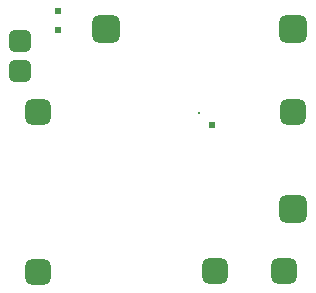
<source format=gbs>
G04 Layer_Color=16711935*
%FSLAX44Y44*%
%MOMM*%
G71*
G01*
G75*
G04:AMPARAMS|DCode=30|XSize=2.4032mm|YSize=2.4032mm|CornerRadius=0.6516mm|HoleSize=0mm|Usage=FLASHONLY|Rotation=0.000|XOffset=0mm|YOffset=0mm|HoleType=Round|Shape=RoundedRectangle|*
%AMROUNDEDRECTD30*
21,1,2.4032,1.1000,0,0,0.0*
21,1,1.1000,2.4032,0,0,0.0*
1,1,1.3032,0.5500,-0.5500*
1,1,1.3032,-0.5500,-0.5500*
1,1,1.3032,-0.5500,0.5500*
1,1,1.3032,0.5500,0.5500*
%
%ADD30ROUNDEDRECTD30*%
G04:AMPARAMS|DCode=31|XSize=1.9032mm|YSize=1.9032mm|CornerRadius=0.5266mm|HoleSize=0mm|Usage=FLASHONLY|Rotation=270.000|XOffset=0mm|YOffset=0mm|HoleType=Round|Shape=RoundedRectangle|*
%AMROUNDEDRECTD31*
21,1,1.9032,0.8500,0,0,270.0*
21,1,0.8500,1.9032,0,0,270.0*
1,1,1.0532,-0.4250,-0.4250*
1,1,1.0532,-0.4250,0.4250*
1,1,1.0532,0.4250,0.4250*
1,1,1.0532,0.4250,-0.4250*
%
%ADD31ROUNDEDRECTD31*%
%ADD32C,0.2032*%
G04:AMPARAMS|DCode=33|XSize=2.2032mm|YSize=2.2032mm|CornerRadius=0.6016mm|HoleSize=0mm|Usage=FLASHONLY|Rotation=0.000|XOffset=0mm|YOffset=0mm|HoleType=Round|Shape=RoundedRectangle|*
%AMROUNDEDRECTD33*
21,1,2.2032,1.0000,0,0,0.0*
21,1,1.0000,2.2032,0,0,0.0*
1,1,1.2032,0.5000,-0.5000*
1,1,1.2032,-0.5000,-0.5000*
1,1,1.2032,-0.5000,0.5000*
1,1,1.2032,0.5000,0.5000*
%
%ADD33ROUNDEDRECTD33*%
G04:AMPARAMS|DCode=34|XSize=2.4032mm|YSize=2.4032mm|CornerRadius=0.6516mm|HoleSize=0mm|Usage=FLASHONLY|Rotation=270.000|XOffset=0mm|YOffset=0mm|HoleType=Round|Shape=RoundedRectangle|*
%AMROUNDEDRECTD34*
21,1,2.4032,1.1000,0,0,270.0*
21,1,1.1000,2.4032,0,0,270.0*
1,1,1.3032,-0.5500,-0.5500*
1,1,1.3032,-0.5500,0.5500*
1,1,1.3032,0.5500,0.5500*
1,1,1.3032,0.5500,-0.5500*
%
%ADD34ROUNDEDRECTD34*%
G04:AMPARAMS|DCode=35|XSize=2.2032mm|YSize=2.2032mm|CornerRadius=0.6016mm|HoleSize=0mm|Usage=FLASHONLY|Rotation=270.000|XOffset=0mm|YOffset=0mm|HoleType=Round|Shape=RoundedRectangle|*
%AMROUNDEDRECTD35*
21,1,2.2032,1.0000,0,0,270.0*
21,1,1.0000,2.2032,0,0,270.0*
1,1,1.2032,-0.5000,-0.5000*
1,1,1.2032,-0.5000,0.5000*
1,1,1.2032,0.5000,0.5000*
1,1,1.2032,0.5000,-0.5000*
%
%ADD35ROUNDEDRECTD35*%
%ADD36C,0.6032*%
D30*
X109000Y256500D02*
D03*
X267000Y104000D02*
D03*
D31*
X36000Y246000D02*
D03*
Y220600D02*
D03*
D32*
X188000Y185000D02*
D03*
D33*
X201500Y52000D02*
D03*
X51000Y186000D02*
D03*
X260000Y52000D02*
D03*
X267000Y185990D02*
D03*
D34*
Y256500D02*
D03*
D35*
X51000Y51000D02*
D03*
D36*
X68000Y256000D02*
D03*
Y272000D02*
D03*
X199000Y175000D02*
D03*
M02*

</source>
